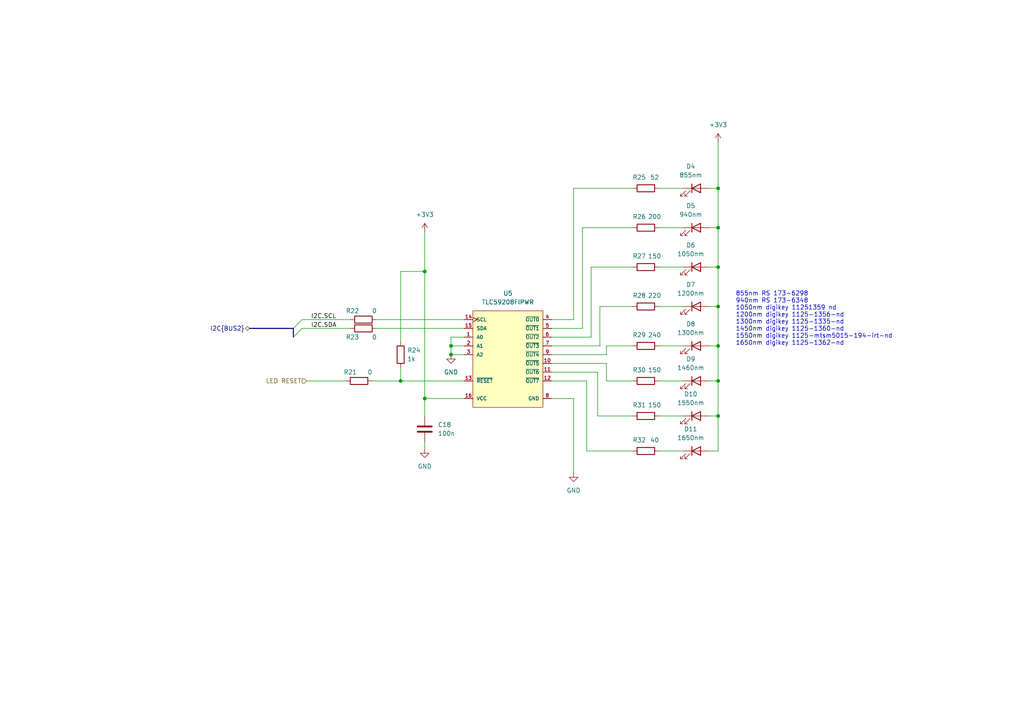
<source format=kicad_sch>
(kicad_sch (version 20211123) (generator eeschema)
  (paper "A4")
  (title_block (title "Development Board") (date "2022-06-22") (rev "2.2") (company "Plastic Scanner") (comment 1 "Juniper Technologies"))
  (lib_symbols
    (symbol "Device:C" (pin_numbers hide) (pin_names (offset 0.254))
      (property "Reference" "C" (at 0.635 2.54 0))
      (property "Value" "C" (at 0.635 -2.54 0))
      (symbol "C_0_1"
        (polyline (pts (xy -2.032 -0.762) (xy 2.032 -0.762)) (stroke (width 0.508)))
        (polyline (pts (xy -2.032 0.762) (xy 2.032 0.762)) (stroke (width 0.508)))
      )
      (symbol "C_1_1"
        (pin passive line (at 0 3.81 270) (length 2.794) (name "~") (number "1"))
        (pin passive line (at 0 -3.81 90) (length 2.794) (name "~") (number "2"))
      )
    )
    (symbol "Device:LED" (pin_numbers hide) (pin_names (offset 1.016) hide)
      (property "Reference" "D" (at 0 2.54 0))
      (property "Value" "LED" (at 0 -2.54 0))
      (symbol "LED_0_1"
        (polyline (pts (xy -1.27 -1.27) (xy -1.27 1.27)) (stroke (width 0.254)))
        (polyline (pts (xy -1.27 0) (xy 1.27 0)))
        (polyline (pts (xy 1.27 -1.27) (xy 1.27 1.27) (xy -1.27 0) (xy 1.27 -1.27)) (stroke (width 0.254)))
        (polyline (pts (xy -3.048 -0.762) (xy -4.572 -2.286) (xy -3.81 -2.286) (xy -4.572 -2.286) (xy -4.572 -1.524)))
        (polyline (pts (xy -1.778 -0.762) (xy -3.302 -2.286) (xy -2.54 -2.286) (xy -3.302 -2.286) (xy -3.302 -1.524)))
      )
      (symbol "LED_1_1"
        (pin passive line (at -3.81 0 0) (length 2.54) (name "K") (number "1"))
        (pin passive line (at 3.81 0 180) (length 2.54) (name "A") (number "2"))
      )
    )
    (symbol "Device:R" (pin_numbers hide) (pin_names (offset 0))
      (property "Reference" "R" (at 2.032 0 90))
      (property "Value" "R" (at 0 0 90))
      (symbol "R_0_1"
        (rectangle (start -1.016 -2.54) (end 1.016 2.54) (stroke (width 0.254)))
      )
      (symbol "R_1_1"
        (pin passive line (at 0 3.81 270) (length 1.27) (name "~") (number "1"))
        (pin passive line (at 0 -3.81 90) (length 1.27) (name "~") (number "2"))
      )
    )
    (symbol "TLC59208:TLC59208FIPWR" (pin_names (offset 1.016))
      (property "Reference" "U" (at 0 5.08 0))
      (property "Value" "TLC59208FIPWR" (at 0 7.62 0))
      (symbol "TLC59208FIPWR_1_1"
        (rectangle (start 5.08 2.54) (end 25.4 -25.4) (fill (type background)))
        (pin input line (at 2.54 -5.08 0) (length 2.54) (name "A0") (number "1"))
        (pin open_collector line (at 27.94 -12.7 180) (length 2.54) (name "~{OUT5}") (number "10"))
        (pin open_collector line (at 27.94 -15.24 180) (length 2.54) (name "~{OUT6}") (number "11"))
        (pin open_collector line (at 27.94 -17.78 180) (length 2.54) (name "~{OUT7}") (number "12"))
        (pin input line (at 2.54 -17.78 0) (length 2.54) (name "~{RESET}") (number "13"))
        (pin input clock (at 2.54 0 0) (length 2.54) (name "SCL") (number "14"))
        (pin bidirectional line (at 2.54 -2.54 0) (length 2.54) (name "SDA") (number "15"))
        (pin power_in line (at 2.54 -22.86 0) (length 2.54) (name "VCC") (number "16"))
        (pin input line (at 2.54 -7.62 0) (length 2.54) (name "A1") (number "2"))
        (pin input line (at 2.54 -10.16 0) (length 2.54) (name "A2") (number "3"))
        (pin open_collector line (at 27.94 0 180) (length 2.54) (name "~{OUT0}") (number "4"))
        (pin open_collector line (at 27.94 -2.54 180) (length 2.54) (name "~{OUT1}") (number "5"))
        (pin open_collector line (at 27.94 -5.08 180) (length 2.54) (name "~{OUT2}") (number "6"))
        (pin open_collector line (at 27.94 -7.62 180) (length 2.54) (name "~{OUT3}") (number "7"))
        (pin power_in line (at 27.94 -22.86 180) (length 2.54) (name "GND") (number "8"))
        (pin open_collector line (at 27.94 -10.16 180) (length 2.54) (name "~{OUT4}") (number "9"))
      )
    )
    (symbol "power:+3.3V" (power) (pin_names (offset 0))
      (property "Value" "+3.3V" (at 0 3.556 0))
      (symbol "+3.3V_0_1"
        (polyline (pts (xy -0.762 1.27) (xy 0 2.54)))
        (polyline (pts (xy 0 0) (xy 0 2.54)))
        (polyline (pts (xy 0 2.54) (xy 0.762 1.27)))
      )
      (symbol "+3.3V_1_1"
        (pin power_in line (at 0 0 90) (length 0) hide (name "+3V3") (number "1"))
      )
    )
    (symbol "power:GND" (power) (pin_names (offset 0))
      (property "Value" "GND" (at 0 -3.81 0))
      (symbol "GND_0_1"
        (polyline (pts (xy 0 0) (xy 0 -1.27) (xy 1.27 -1.27) (xy 0 -2.54) (xy -1.27 -1.27) (xy 0 -1.27)))
      )
      (symbol "GND_1_1"
        (pin power_in line (at 0 0 270) (length 0) hide (name "GND") (number "1"))
      )
    )
  )
  (junction (at 208.28 110.49))
  (junction (at 123.19 115.57))
  (junction (at 130.81 102.87))
  (junction (at 208.28 54.61))
  (junction (at 130.81 100.33))
  (junction (at 208.28 88.9))
  (junction (at 208.28 66.04))
  (junction (at 123.19 78.74))
  (junction (at 208.28 77.47))
  (junction (at 208.28 120.65))
  (junction (at 116.205 110.49))
  (junction (at 208.28 100.33))
  (bus_entry (at 85.09 97.79) (size 2.54 -2.54))
  (bus_entry (at 85.09 95.25) (size 2.54 -2.54))
  (bus (pts (xy 85.09 95.25) (xy 85.09 97.79)))
  (wire (pts (xy 208.28 100.33) (xy 208.28 88.9)))
  (wire (pts (xy 208.28 110.49) (xy 208.28 100.33)))
  (wire (pts (xy 208.28 54.61) (xy 205.74 54.61)))
  (wire (pts (xy 191.135 120.65) (xy 198.12 120.65)))
  (wire (pts (xy 130.81 102.87) (xy 130.81 100.33)))
  (bus (pts (xy 72.39 95.25) (xy 85.09 95.25)))
  (wire (pts (xy 87.63 95.25) (xy 101.6 95.25)))
  (wire (pts (xy 191.135 130.81) (xy 198.12 130.81)))
  (wire (pts (xy 160.02 110.49) (xy 170.18 110.49)))
  (wire (pts (xy 173.355 120.65) (xy 183.515 120.65)))
  (wire (pts (xy 183.515 66.04) (xy 168.91 66.04)))
  (wire (pts (xy 171.45 97.79) (xy 160.02 97.79)))
  (wire (pts (xy 170.18 130.81) (xy 183.515 130.81)))
  (wire (pts (xy 173.99 88.9) (xy 183.515 88.9)))
  (wire (pts (xy 109.22 95.25) (xy 134.62 95.25)))
  (wire (pts (xy 123.19 115.57) (xy 123.19 120.65)))
  (wire (pts (xy 175.895 110.49) (xy 183.515 110.49)))
  (wire (pts (xy 191.135 110.49) (xy 198.12 110.49)))
  (wire (pts (xy 208.28 66.04) (xy 208.28 54.61)))
  (wire (pts (xy 208.28 120.65) (xy 205.74 120.65)))
  (wire (pts (xy 123.19 115.57) (xy 123.19 78.74)))
  (wire (pts (xy 168.91 66.04) (xy 168.91 95.25)))
  (wire (pts (xy 109.22 92.71) (xy 134.62 92.71)))
  (wire (pts (xy 130.81 100.33) (xy 134.62 100.33)))
  (wire (pts (xy 208.28 41.275) (xy 208.28 54.61)))
  (wire (pts (xy 160.02 105.41) (xy 175.895 105.41)))
  (wire (pts (xy 107.95 110.49) (xy 116.205 110.49)))
  (wire (pts (xy 208.28 130.81) (xy 208.28 120.65)))
  (wire (pts (xy 123.19 128.27) (xy 123.19 130.175)))
  (wire (pts (xy 208.28 66.04) (xy 205.74 66.04)))
  (wire (pts (xy 208.28 88.9) (xy 208.28 77.47)))
  (wire (pts (xy 191.135 66.04) (xy 198.12 66.04)))
  (wire (pts (xy 87.63 92.71) (xy 101.6 92.71)))
  (wire (pts (xy 160.02 100.33) (xy 173.99 100.33)))
  (wire (pts (xy 123.19 78.74) (xy 116.205 78.74)))
  (wire (pts (xy 166.37 115.57) (xy 166.37 137.16)))
  (wire (pts (xy 208.28 130.81) (xy 205.74 130.81)))
  (wire (pts (xy 191.135 100.33) (xy 198.12 100.33)))
  (wire (pts (xy 173.99 100.33) (xy 173.99 88.9)))
  (wire (pts (xy 208.28 110.49) (xy 205.74 110.49)))
  (wire (pts (xy 191.135 88.9) (xy 198.12 88.9)))
  (wire (pts (xy 166.37 92.71) (xy 166.37 54.61)))
  (wire (pts (xy 130.81 97.79) (xy 130.81 100.33)))
  (wire (pts (xy 88.9 110.49) (xy 100.33 110.49)))
  (wire (pts (xy 160.02 102.87) (xy 175.895 102.87)))
  (wire (pts (xy 130.81 97.79) (xy 134.62 97.79)))
  (wire (pts (xy 183.515 77.47) (xy 171.45 77.47)))
  (wire (pts (xy 208.28 100.33) (xy 205.74 100.33)))
  (wire (pts (xy 170.18 110.49) (xy 170.18 130.81)))
  (wire (pts (xy 160.02 92.71) (xy 166.37 92.71)))
  (wire (pts (xy 171.45 77.47) (xy 171.45 97.79)))
  (wire (pts (xy 173.355 107.95) (xy 173.355 120.65)))
  (wire (pts (xy 175.895 102.87) (xy 175.895 100.33)))
  (wire (pts (xy 175.895 105.41) (xy 175.895 110.49)))
  (wire (pts (xy 175.895 100.33) (xy 183.515 100.33)))
  (wire (pts (xy 160.02 107.95) (xy 173.355 107.95)))
  (wire (pts (xy 123.19 67.31) (xy 123.19 78.74)))
  (wire (pts (xy 116.205 78.74) (xy 116.205 99.06)))
  (wire (pts (xy 191.135 54.61) (xy 198.12 54.61)))
  (wire (pts (xy 116.205 106.68) (xy 116.205 110.49)))
  (wire (pts (xy 208.28 77.47) (xy 205.74 77.47)))
  (wire (pts (xy 134.62 115.57) (xy 123.19 115.57)))
  (wire (pts (xy 208.28 77.47) (xy 208.28 66.04)))
  (wire (pts (xy 130.81 102.87) (xy 134.62 102.87)))
  (wire (pts (xy 168.91 95.25) (xy 160.02 95.25)))
  (wire (pts (xy 166.37 54.61) (xy 183.515 54.61)))
  (wire (pts (xy 191.135 77.47) (xy 198.12 77.47)))
  (wire (pts (xy 160.02 115.57) (xy 166.37 115.57)))
  (wire (pts (xy 116.205 110.49) (xy 134.62 110.49)))
  (wire (pts (xy 208.28 88.9) (xy 205.74 88.9)))
  (wire (pts (xy 208.28 120.65) (xy 208.28 110.49)))
  (text "855nm RS 173-6298\n940nm RS 173-6348\n1050nm digikey 11251359 nd\n1200nm digikey 1125-1356-nd\n1300nm digikey 1125-1335-nd\n1450nm digikey 1125-1360-nd\n1550nm digikey 1125-mtsm5015-194-irt-nd\n1650nm digikey 1125-1362-nd" (at 213.36 100.33 0) (effects (font (size 1.27 1.27)) (justify left bottom)))
  (label "I2C.SCL" (at 90.17 92.71 0))
  (label "I2C.SDA" (at 90.17 95.25 0))
  (hierarchical_label "LED RESET" (shape input) (at 88.9 110.49 180))
  (hierarchical_label "I2C{BUS2}" (shape bidirectional) (at 72.39 95.25 180))
  (symbol (lib_id "Device:R") (at 105.41 95.25 90) (unit 1)
    (property "Reference" "R23" (at 102.235 97.79 90))
    (property "Value" "0" (at 108.585 97.79 90))
    (property "Footprint" "Resistor_SMD:R_0805_2012Metric_Pad1.20x1.40mm_HandSolder" (effects hide))
  )
  (symbol (lib_id "Device:LED") (at 201.93 100.33 0) (unit 1)
    (property "Reference" "D8" (at 200.3425 93.98 0))
    (property "Value" "1300nm" (at 200.3425 96.52 0))
    (property "Footprint" "LED_SMD:LED_1206_3216Metric_Pad1.42x1.75mm_HandSolder" (effects hide))
    (property "Datasheet" "https://marktechopto.com/pdf/products/DataSheet/MTSM0013-844-IR.pdf" (effects hide))
  )
  (symbol (lib_id "Device:R") (at 187.325 130.81 90) (unit 1)
    (property "Reference" "R32" (at 185.42 127.635 90))
    (property "Value" "40" (at 189.865 127.635 90))
    (property "Footprint" "Resistor_SMD:R_0805_2012Metric_Pad1.20x1.40mm_HandSolder" (effects hide))
  )
  (symbol (lib_id "TLC59208:TLC59208FIPWR") (at 132.08 92.71 0) (unit 1)
    (property "Reference" "U5" (at 147.32 85.09 0))
    (property "Value" "TLC59208FIPWR" (at 147.32 87.63 0))
    (property "Footprint" "TLC59208:Texas_Instruments-TLC59208FIPWR-Level_A" (effects hide))
    (property "Datasheet" "http://www.ti.com/general/docs/lit/getliterature.tsp?genericPartNumber=TLC59208F&fileType=pdf" (effects hide))
    (property "Code  JEDEC" "MO-153" (effects hide))
    (property "Component Link 1 Description" "Manufacturer URL" (effects hide))
    (property "Component Link 1 URL" "http://www.ti.com/" (effects hide))
    (property "Component Link 3 Description" "Package Specification" (effects hide))
    (property "Component Link 3 URL" "http://www.ti.com/lit/ml/mpds361/mpds361.pdf" (effects hide))
    (property "Datasheet Version" "SCLS715" (effects hide))
    (property "Iout Max A" "0.05" (effects hide))
    (property "Mounting Technology" "Surface Mount" (effects hide))
    (property "Package Description" "16-Pin Plastic Small Outline, Body 4.40 x 5.00 mm, Pitch 0.65 mm" (effects hide))
    (property "Package Version" "4040064-4/G" (effects hide))
    (property "Sub Family" "LED Driver" (effects hide))
    (property "Vin Max V" "5.5" (effects hide))
    (property "Vin Min V" "3" (effects hide))
    (property "category" "IC" (effects hide))
    (property "ciiva ids" "1426985" (effects hide))
    (property "library id" "9bf7f104929dd8ed" (effects hide))
    (property "manufacturer" "Texas Instruments" (effects hide))
    (property "package" "PW0016A" (effects hide))
    (property "release date" "1464576871" (effects hide))
    (property "rohs" "Yes" (effects hide))
    (property "vault revision" "C0AC1098-4EF5-4502-9510-91D6A29A40EB" (effects hide))
    (property "imported" "yes" (effects hide))
  )
  (symbol (lib_id "Device:R") (at 187.325 66.04 90) (unit 1)
    (property "Reference" "R26" (at 185.42 62.865 90))
    (property "Value" "200" (at 189.865 62.865 90))
    (property "Footprint" "Resistor_SMD:R_0805_2012Metric_Pad1.20x1.40mm_HandSolder" (effects hide))
  )
  (symbol (lib_id "Device:R") (at 104.14 110.49 90) (unit 1)
    (property "Reference" "R21" (at 101.6 107.95 90))
    (property "Value" "0" (at 107.315 107.95 90))
    (property "Footprint" "Resistor_SMD:R_0805_2012Metric_Pad1.20x1.40mm_HandSolder" (effects hide))
  )
  (symbol (lib_id "Device:R") (at 116.205 102.87 180) (unit 1)
    (property "Reference" "R24" (at 118.11 101.5999 0) (effects (justify right)))
    (property "Value" "1k" (at 118.11 104.1399 0) (effects (justify right)))
    (property "Footprint" "Resistor_SMD:R_0805_2012Metric_Pad1.20x1.40mm_HandSolder" (effects hide))
  )
  (symbol (lib_id "power:GND") (at 130.81 102.87 0) (unit 1)
    (property "Reference" "#PWR037" (effects hide))
    (property "Value" "GND" (at 130.81 107.95 0))
  )
  (symbol (lib_id "Device:C") (at 123.19 124.46 0) (unit 1)
    (property "Reference" "C18" (at 127 123.1899 0) (effects (justify left)))
    (property "Value" "100n" (at 127 125.7299 0) (effects (justify left)))
    (property "Footprint" "Capacitor_SMD:C_0805_2012Metric_Pad1.18x1.45mm_HandSolder" (effects hide))
  )
  (symbol (lib_id "Device:LED") (at 201.93 110.49 0) (unit 1)
    (property "Reference" "D9" (at 200.3425 104.14 0))
    (property "Value" "1460nm" (at 200.3425 106.68 0))
    (property "Footprint" "LED_SMD:LED_1206_3216Metric_Pad1.42x1.75mm_HandSolder" (effects hide))
    (property "Datasheet" "https://marktechopto.com/pdf/products/datasheet/MTSM6014-844-IR.pdf" (effects hide))
  )
  (symbol (lib_id "Device:LED") (at 201.93 54.61 0) (unit 1)
    (property "Reference" "D4" (at 200.3425 48.26 0))
    (property "Value" "855nm" (at 200.3425 50.8 0))
    (property "Footprint" "LED_SMD:LED_1206_3216Metric_Pad1.42x1.75mm_HandSolder" (effects hide))
    (property "Datasheet" "https://nl.rs-online.com/web/p/ir-leds/1736298/" (effects hide))
  )
  (symbol (lib_id "power:GND") (at 166.37 137.16 0) (unit 1)
    (property "Reference" "#PWR038" (effects hide))
    (property "Value" "GND" (at 166.37 142.24 0))
  )
  (symbol (lib_id "power:GND") (at 123.19 130.175 0) (unit 1)
    (property "Reference" "#PWR036" (effects hide))
    (property "Value" "GND" (at 123.19 135.255 0))
  )
  (symbol (lib_id "Device:LED") (at 201.93 88.9 0) (unit 1)
    (property "Reference" "D7" (at 200.3425 82.55 0))
    (property "Value" "1200nm" (at 200.3425 85.09 0))
    (property "Footprint" "LED_SMD:LED_1206_3216Metric_Pad1.42x1.75mm_HandSolder" (effects hide))
    (property "Datasheet" "https://www.marktechopto.com/pdf/products/datasheet/MTSM0012-843-IR.pdf" (effects hide))
  )
  (symbol (lib_id "Device:R") (at 105.41 92.71 90) (unit 1)
    (property "Reference" "R22" (at 102.235 90.17 90))
    (property "Value" "0" (at 108.585 90.17 90))
    (property "Footprint" "Resistor_SMD:R_0805_2012Metric_Pad1.20x1.40mm_HandSolder" (effects hide))
  )
  (symbol (lib_id "Device:R") (at 187.325 54.61 90) (unit 1)
    (property "Reference" "R25" (at 185.42 51.435 90))
    (property "Value" "52" (at 189.865 51.435 90))
    (property "Footprint" "Resistor_SMD:R_0805_2012Metric_Pad1.20x1.40mm_HandSolder" (effects hide))
  )
  (symbol (lib_id "Device:R") (at 187.325 110.49 90) (unit 1)
    (property "Reference" "R30" (at 185.42 107.315 90))
    (property "Value" "150" (at 189.865 107.315 90))
    (property "Footprint" "Resistor_SMD:R_0805_2012Metric_Pad1.20x1.40mm_HandSolder" (effects hide))
  )
  (symbol (lib_id "Device:LED") (at 201.93 130.81 0) (unit 1)
    (property "Reference" "D11" (at 200.3425 124.46 0))
    (property "Value" "1650nm" (at 200.3425 127 0))
    (property "Footprint" "LED_SMD:LED_1206_3216Metric_Pad1.42x1.75mm_HandSolder" (effects hide))
    (property "Datasheet" "https://www.marktechopto.com/pdf/products/datasheet/MTSM5016-843-IR.pdf" (effects hide))
  )
  (symbol (lib_id "power:+3.3V") (at 208.28 41.275 0) (unit 1)
    (property "Reference" "#PWR039" (effects hide))
    (property "Value" "+3.3V" (at 208.28 36.195 0))
  )
  (symbol (lib_id "Device:R") (at 187.325 100.33 90) (unit 1)
    (property "Reference" "R29" (at 185.42 97.155 90))
    (property "Value" "240" (at 189.865 97.155 90))
    (property "Footprint" "Resistor_SMD:R_0805_2012Metric_Pad1.20x1.40mm_HandSolder" (effects hide))
  )
  (symbol (lib_id "Device:LED") (at 201.93 77.47 0) (unit 1)
    (property "Reference" "D6" (at 200.3425 71.12 0))
    (property "Value" "1050nm" (at 200.3425 73.66 0))
    (property "Footprint" "LED_SMD:LED_1206_3216Metric_Pad1.42x1.75mm_HandSolder" (effects hide))
    (property "Datasheet" "https://www.marktechopto.com/pdf/products/datasheet/MTSM5010-843-IR.pdf" (effects hide))
  )
  (symbol (lib_id "Device:LED") (at 201.93 66.04 0) (unit 1)
    (property "Reference" "D5" (at 200.3425 59.69 0))
    (property "Value" "940nm" (at 200.3425 62.23 0))
    (property "Footprint" "LED_SMD:LED_1206_3216Metric_Pad1.42x1.75mm_HandSolder" (effects hide))
    (property "Datasheet" "https://nl.rs-online.com/web/p/ir-leds/1736348" (effects hide))
  )
  (symbol (lib_id "Device:R") (at 187.325 120.65 90) (unit 1)
    (property "Reference" "R31" (at 185.42 117.475 90))
    (property "Value" "150" (at 189.865 117.475 90))
    (property "Footprint" "Resistor_SMD:R_0805_2012Metric_Pad1.20x1.40mm_HandSolder" (effects hide))
  )
  (symbol (lib_id "Device:R") (at 187.325 77.47 90) (unit 1)
    (property "Reference" "R27" (at 185.42 74.295 90))
    (property "Value" "150" (at 189.865 74.295 90))
    (property "Footprint" "Resistor_SMD:R_0805_2012Metric_Pad1.20x1.40mm_HandSolder" (effects hide))
  )
  (symbol (lib_id "power:+3.3V") (at 123.19 67.31 0) (unit 1)
    (property "Reference" "#PWR035" (effects hide))
    (property "Value" "+3.3V" (at 123.19 62.23 0))
  )
  (symbol (lib_id "Device:R") (at 187.325 88.9 90) (unit 1)
    (property "Reference" "R28" (at 185.42 85.725 90))
    (property "Value" "220" (at 189.865 85.725 90))
    (property "Footprint" "Resistor_SMD:R_0805_2012Metric_Pad1.20x1.40mm_HandSolder" (effects hide))
  )
  (symbol (lib_id "Device:LED") (at 201.93 120.65 0) (unit 1)
    (property "Reference" "D10" (at 200.3425 114.3 0))
    (property "Value" "1550nm" (at 200.3425 116.84 0))
    (property "Footprint" "LED_SMD:LED_1206_3216Metric_Pad1.42x1.75mm_HandSolder" (effects hide))
    (property "Datasheet" "https://marktechopto.com/pdf/products/DataSheet/MTSM5015-844-IR,.pdf" (effects hide))
  )
)
</source>
